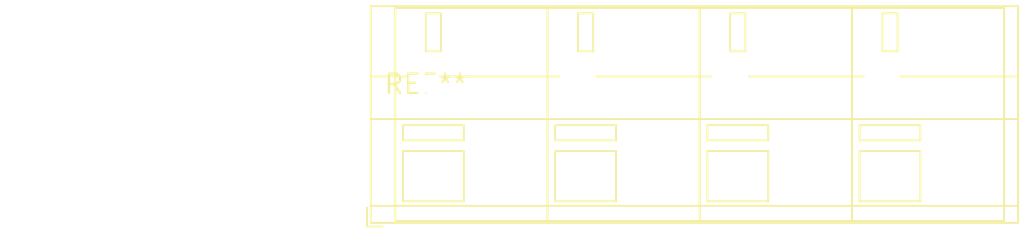
<source format=kicad_pcb>
(kicad_pcb (version 20240108) (generator pcbnew)
  (layers (0 "F.Cu" signal) (31 "B.Cu" signal) (34 "B.Paste" user) (35 "F.Paste" user) (36 "B.SilkS" user "B.Silkscreen") (37 "F.SilkS" user "F.Silkscreen") (38 "B.Mask" user) (39 "F.Mask" user) (44 "Edge.Cuts" user))
  (net 0 "")
  (footprint "TerminalBlock_WAGO_236-304_1x04_P10.00mm_45Degree" (layer "F.Cu") (at 0 0)
    (property "Reference" "REF**")
    (property "Value" "TerminalBlock_WAGO_236-304_1x04_P10.00mm_45Degree")
    (fp_line (start -3.86 8.12) (end -3.86 9.36) (layer "F.SilkS") (stroke (width 0.12)))
    (fp_line (start -3.86 9.36) (end -2.86 9.36) (layer "F.SilkS") (stroke (width 0.12)))
    (fp_line (start -3.62 -5.12) (end -3.62 9.12) (layer "F.SilkS") (stroke (width 0.12)))
    (fp_line (start -3.62 -5.12) (end 38.92 -5.12) (layer "F.SilkS") (stroke (width 0.12)))
    (fp_line (start -3.62 -0.5) (end -1.23 -0.5) (layer "F.SilkS") (stroke (width 0.12)))
    (fp_line (start -3.62 2.3) (end 38.92 2.3) (layer "F.SilkS") (stroke (width 0.12)))
    (fp_line (start -3.62 8) (end 38.92 8) (layer "F.SilkS") (stroke (width 0.12)))
    (fp_line (start -3.62 9.12) (end 38.92 9.12) (layer "F.SilkS") (stroke (width 0.12)))
    (fp_line (start -2 -5) (end -2 9) (layer "F.SilkS") (stroke (width 0.12)))
    (fp_line (start -2 -5) (end 8 -5) (layer "F.SilkS") (stroke (width 0.12)))
    (fp_line (start -2 9) (end 8 9) (layer "F.SilkS") (stroke (width 0.12)))
    (fp_line (start -1.5 2.7) (end -1.5 3.7) (layer "F.SilkS") (stroke (width 0.12)))
    (fp_line (start -1.5 2.7) (end 2.5 2.7) (layer "F.SilkS") (stroke (width 0.12)))
    (fp_line (start -1.5 3.7) (end 2.5 3.7) (layer "F.SilkS") (stroke (width 0.12)))
    (fp_line (start -1.5 4.4) (end -1.5 7.7) (layer "F.SilkS") (stroke (width 0.12)))
    (fp_line (start -1.5 4.4) (end 2.5 4.4) (layer "F.SilkS") (stroke (width 0.12)))
    (fp_line (start -1.5 7.7) (end 2.5 7.7) (layer "F.SilkS") (stroke (width 0.12)))
    (fp_line (start 0 -4.65) (end 0 -2.151) (layer "F.SilkS") (stroke (width 0.12)))
    (fp_line (start 0 -4.65) (end 1 -4.65) (layer "F.SilkS") (stroke (width 0.12)))
    (fp_line (start 0 -2.151) (end 1 -2.151) (layer "F.SilkS") (stroke (width 0.12)))
    (fp_line (start 1 -4.65) (end 1 -2.151) (layer "F.SilkS") (stroke (width 0.12)))
    (fp_line (start 1.23 -0.5) (end 8.77 -0.5) (layer "F.SilkS") (stroke (width 0.12)))
    (fp_line (start 2.5 2.7) (end 2.5 3.7) (layer "F.SilkS") (stroke (width 0.12)))
    (fp_line (start 2.5 4.4) (end 2.5 7.7) (layer "F.SilkS") (stroke (width 0.12)))
    (fp_line (start 8 -5) (end 8 9) (layer "F.SilkS") (stroke (width 0.12)))
    (fp_line (start 8 -5) (end 8 9) (layer "F.SilkS") (stroke (width 0.12)))
    (fp_line (start 8 -5) (end 18 -5) (layer "F.SilkS") (stroke (width 0.12)))
    (fp_line (start 8 9) (end 18 9) (layer "F.SilkS") (stroke (width 0.12)))
    (fp_line (start 8.5 2.7) (end 8.5 3.7) (layer "F.SilkS") (stroke (width 0.12)))
    (fp_line (start 8.5 2.7) (end 12.5 2.7) (layer "F.SilkS") (stroke (width 0.12)))
    (fp_line (start 8.5 3.7) (end 12.5 3.7) (layer "F.SilkS") (stroke (width 0.12)))
    (fp_line (start 8.5 4.4) (end 8.5 7.7) (layer "F.SilkS") (stroke (width 0.12)))
    (fp_line (start 8.5 4.4) (end 12.5 4.4) (layer "F.SilkS") (stroke (width 0.12)))
    (fp_line (start 8.5 7.7) (end 12.5 7.7) (layer "F.SilkS") (stroke (width 0.12)))
    (fp_line (start 10 -4.65) (end 10 -2.151) (layer "F.SilkS") (stroke (width 0.12)))
    (fp_line (start 10 -4.65) (end 11 -4.65) (layer "F.SilkS") (stroke (width 0.12)))
    (fp_line (start 10 -2.151) (end 11 -2.151) (layer "F.SilkS") (stroke (width 0.12)))
    (fp_line (start 11 -4.65) (end 11 -2.151) (layer "F.SilkS") (stroke (width 0.12)))
    (fp_line (start 11.23 -0.5) (end 18.77 -0.5) (layer "F.SilkS") (stroke (width 0.12)))
    (fp_line (start 12.5 2.7) (end 12.5 3.7) (layer "F.SilkS") (stroke (width 0.12)))
    (fp_line (start 12.5 4.4) (end 12.5 7.7) (layer "F.SilkS") (stroke (width 0.12)))
    (fp_line (start 18 -5) (end 18 9) (layer "F.SilkS") (stroke (width 0.12)))
    (fp_line (start 18 -5) (end 18 9) (layer "F.SilkS") (stroke (width 0.12)))
    (fp_line (start 18 -5) (end 28 -5) (layer "F.SilkS") (stroke (width 0.12)))
    (fp_line (start 18 9) (end 28 9) (layer "F.SilkS") (stroke (width 0.12)))
    (fp_line (start 18.5 2.7) (end 18.5 3.7) (layer "F.SilkS") (stroke (width 0.12)))
    (fp_line (start 18.5 2.7) (end 22.5 2.7) (layer "F.SilkS") (stroke (width 0.12)))
    (fp_line (start 18.5 3.7) (end 22.5 3.7) (layer "F.SilkS") (stroke (width 0.12)))
    (fp_line (start 18.5 4.4) (end 18.5 7.7) (layer "F.SilkS") (stroke (width 0.12)))
    (fp_line (start 18.5 4.4) (end 22.5 4.4) (layer "F.SilkS") (stroke (width 0.12)))
    (fp_line (start 18.5 7.7) (end 22.5 7.7) (layer "F.SilkS") (stroke (width 0.12)))
    (fp_line (start 20 -4.65) (end 20 -2.151) (layer "F.SilkS") (stroke (width 0.12)))
    (fp_line (start 20 -4.65) (end 21 -4.65) (layer "F.SilkS") (stroke (width 0.12)))
    (fp_line (start 20 -2.151) (end 21 -2.151) (layer "F.SilkS") (stroke (width 0.12)))
    (fp_line (start 21 -4.65) (end 21 -2.151) (layer "F.SilkS") (stroke (width 0.12)))
    (fp_line (start 21.23 -0.5) (end 28.77 -0.5) (layer "F.SilkS") (stroke (width 0.12)))
    (fp_line (start 22.5 2.7) (end 22.5 3.7) (layer "F.SilkS") (stroke (width 0.12)))
    (fp_line (start 22.5 4.4) (end 22.5 7.7) (layer "F.SilkS") (stroke (width 0.12)))
    (fp_line (start 28 -5) (end 28 9) (layer "F.SilkS") (stroke (width 0.12)))
    (fp_line (start 28 -5) (end 28 9) (layer "F.SilkS") (stroke (width 0.12)))
    (fp_line (start 28 -5) (end 38 -5) (layer "F.SilkS") (stroke (width 0.12)))
    (fp_line (start 28 9) (end 38 9) (layer "F.SilkS") (stroke (width 0.12)))
    (fp_line (start 28.5 2.7) (end 28.5 3.7) (layer "F.SilkS") (stroke (width 0.12)))
    (fp_line (start 28.5 2.7) (end 32.5 2.7) (layer "F.SilkS") (stroke (width 0.12)))
    (fp_line (start 28.5 3.7) (end 32.5 3.7) (layer "F.SilkS") (stroke (width 0.12)))
    (fp_line (start 28.5 4.4) (end 28.5 7.7) (layer "F.SilkS") (stroke (width 0.12)))
    (fp_line (start 28.5 4.4) (end 32.5 4.4) (layer "F.SilkS") (stroke (width 0.12)))
    (fp_line (start 28.5 7.7) (end 32.5 7.7) (layer "F.SilkS") (stroke (width 0.12)))
    (fp_line (start 30 -4.65) (end 30 -2.151) (layer "F.SilkS") (stroke (width 0.12)))
    (fp_line (start 30 -4.65) (end 31 -4.65) (layer "F.SilkS") (stroke (width 0.12)))
    (fp_line (start 30 -2.151) (end 31 -2.151) (layer "F.SilkS") (stroke (width 0.12)))
    (fp_line (start 31 -4.65) (end 31 -2.151) (layer "F.SilkS") (stroke (width 0.12)))
    (fp_line (start 31.23 -0.5) (end 38.92 -0.5) (layer "F.SilkS") (stroke (width 0.12)))
    (fp_line (start 32.5 2.7) (end 32.5 3.7) (layer "F.SilkS") (stroke (width 0.12)))
    (fp_line (start 32.5 4.4) (end 32.5 7.7) (layer "F.SilkS") (stroke (width 0.12)))
    (fp_line (start 38 -5) (end 38 9) (layer "F.SilkS") (stroke (width 0.12)))
    (fp_line (start 38.92 -5.12) (end 38.92 9.12) (layer "F.SilkS") (stroke (width 0.12)))
    (pad "1" thru_hole rect (at 0 0) (size 1.5 3) (drill 1.15) (layers *.Cu *.Mask) (remove_unused_layers))
    (pad "2" thru_hole oval (at 10 0) (size 1.5 3) (drill 1.15) (layers *.Cu *.Mask) (remove_unused_layers))
    (pad "3" thru_hole oval (at 20 0) (size 1.5 3) (drill 1.15) (layers *.Cu *.Mask) (remove_unused_layers))
    (pad "4" thru_hole oval (at 30 0) (size 1.5 3) (drill 1.15) (layers *.Cu *.Mask) (remove_unused_layers))
  )
)
</source>
